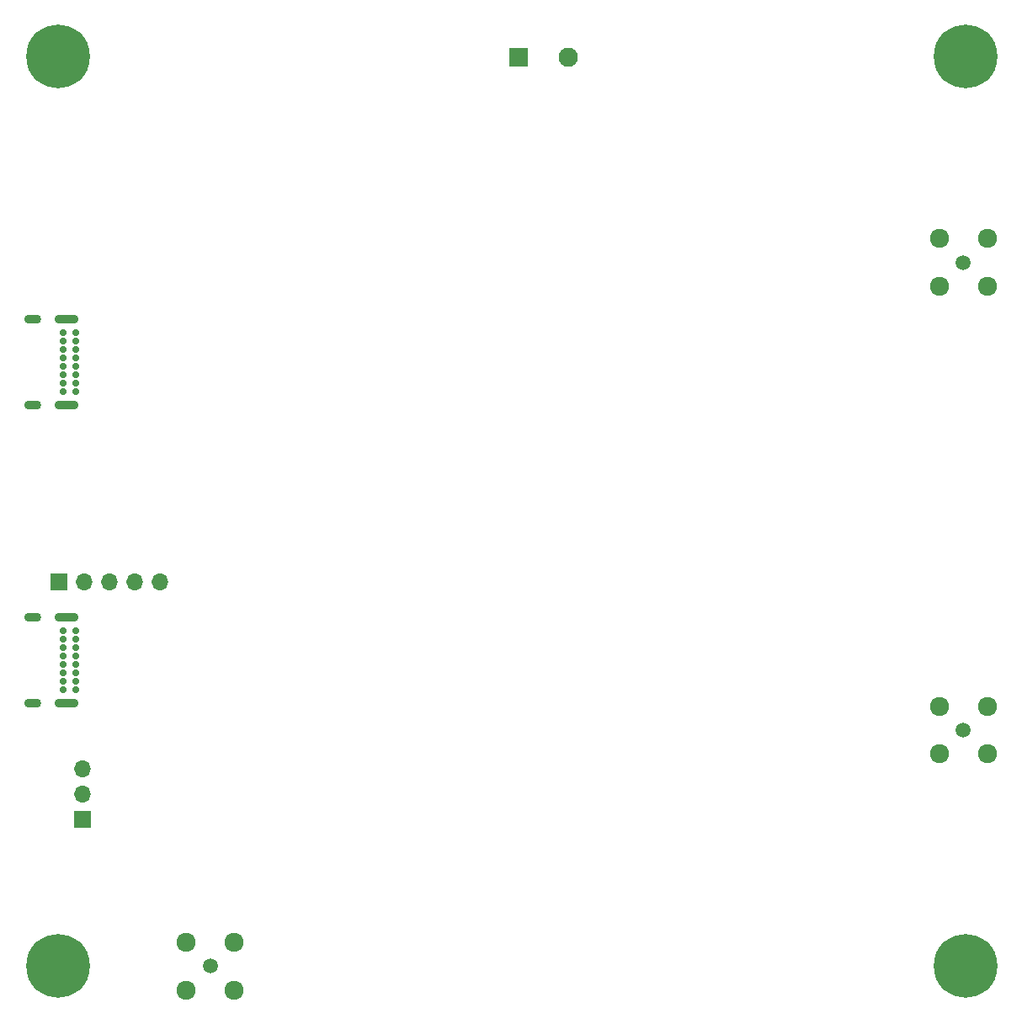
<source format=gbs>
%TF.GenerationSoftware,KiCad,Pcbnew,(6.0.7-1)-1*%
%TF.CreationDate,2023-02-25T12:48:08-05:00*%
%TF.ProjectId,HABBoard,48414242-6f61-4726-942e-6b696361645f,rev?*%
%TF.SameCoordinates,Original*%
%TF.FileFunction,Soldermask,Bot*%
%TF.FilePolarity,Negative*%
%FSLAX46Y46*%
G04 Gerber Fmt 4.6, Leading zero omitted, Abs format (unit mm)*
G04 Created by KiCad (PCBNEW (6.0.7-1)-1) date 2023-02-25 12:48:08*
%MOMM*%
%LPD*%
G01*
G04 APERTURE LIST*
%ADD10R,1.700000X1.700000*%
%ADD11O,1.700000X1.700000*%
%ADD12C,0.700000*%
%ADD13O,2.400000X0.900000*%
%ADD14O,1.700000X0.900000*%
%ADD15C,6.400000*%
%ADD16C,1.508000*%
%ADD17C,1.920000*%
%ADD18R,1.950000X1.950000*%
%ADD19C,1.950000*%
G04 APERTURE END LIST*
D10*
%TO.C,J6*%
X32025000Y-82150000D03*
D11*
X34565000Y-82150000D03*
X37105000Y-82150000D03*
X39645000Y-82150000D03*
X42185000Y-82150000D03*
%TD*%
D12*
%TO.C,J1*%
X33775000Y-57025000D03*
X33775000Y-57875000D03*
X33775000Y-58725000D03*
X33775000Y-59575000D03*
X33775000Y-60425000D03*
X33775000Y-61275000D03*
X33775000Y-62125000D03*
X33775000Y-62975000D03*
X32425000Y-62975000D03*
X32425000Y-62125000D03*
X32425000Y-61275000D03*
X32425000Y-60425000D03*
X32425000Y-59575000D03*
X32425000Y-58725000D03*
X32425000Y-57875000D03*
X32425000Y-57025000D03*
D13*
X32795000Y-64325000D03*
X32795000Y-55675000D03*
D14*
X29415000Y-64325000D03*
X29415000Y-55675000D03*
%TD*%
D12*
%TO.C,J2*%
X33775000Y-87025000D03*
X33775000Y-87875000D03*
X33775000Y-88725000D03*
X33775000Y-89575000D03*
X33775000Y-90425000D03*
X33775000Y-91275000D03*
X33775000Y-92125000D03*
X33775000Y-92975000D03*
X32425000Y-92975000D03*
X32425000Y-92125000D03*
X32425000Y-91275000D03*
X32425000Y-90425000D03*
X32425000Y-89575000D03*
X32425000Y-88725000D03*
X32425000Y-87875000D03*
X32425000Y-87025000D03*
D13*
X32795000Y-85675000D03*
D14*
X29415000Y-94325000D03*
D13*
X32795000Y-94325000D03*
D14*
X29415000Y-85675000D03*
%TD*%
D15*
%TO.C,H4*%
X123250000Y-120750000D03*
%TD*%
D10*
%TO.C,J5*%
X34450000Y-106000000D03*
D11*
X34450000Y-103460000D03*
X34450000Y-100920000D03*
%TD*%
D16*
%TO.C,J8*%
X123000000Y-97025000D03*
D17*
X120600000Y-94625000D03*
X120600000Y-99425000D03*
X125400000Y-99425000D03*
X125400000Y-94625000D03*
%TD*%
D16*
%TO.C,J4*%
X47250000Y-120750000D03*
D17*
X44850000Y-118350000D03*
X44850000Y-123150000D03*
X49650000Y-123150000D03*
X49650000Y-118350000D03*
%TD*%
D16*
%TO.C,J7*%
X123000000Y-50000000D03*
D17*
X120600000Y-47600000D03*
X120600000Y-52400000D03*
X125400000Y-52400000D03*
X125400000Y-47600000D03*
%TD*%
D18*
%TO.C,BT1*%
X78250000Y-29337500D03*
D19*
X83250000Y-29337500D03*
%TD*%
D15*
%TO.C,H1*%
X32000000Y-29250000D03*
%TD*%
%TO.C,H3*%
X32000000Y-120750000D03*
%TD*%
%TO.C,H2*%
X123250000Y-29250000D03*
%TD*%
M02*

</source>
